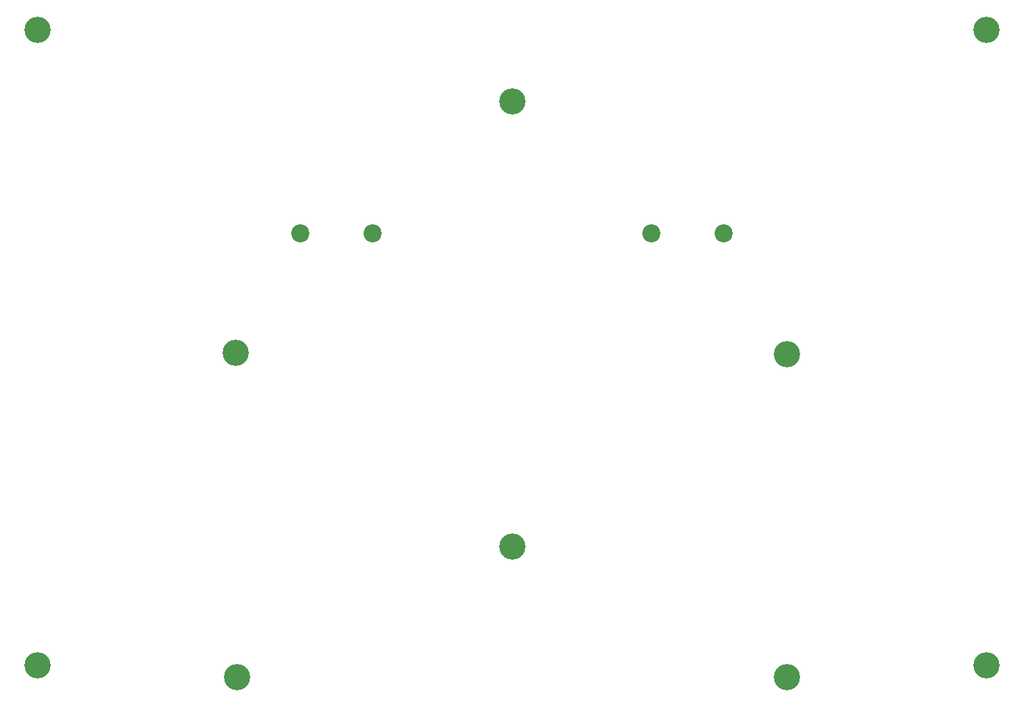
<source format=gbr>
%TF.GenerationSoftware,KiCad,Pcbnew,7.0.8*%
%TF.CreationDate,2023-11-22T02:38:07-05:00*%
%TF.ProjectId,RCTransmitterAecertRobotics,52435472-616e-4736-9d69-747465724165,rev?*%
%TF.SameCoordinates,Original*%
%TF.FileFunction,NonPlated,1,2,NPTH,Drill*%
%TF.FilePolarity,Positive*%
%FSLAX46Y46*%
G04 Gerber Fmt 4.6, Leading zero omitted, Abs format (unit mm)*
G04 Created by KiCad (PCBNEW 7.0.8) date 2023-11-22 02:38:07*
%MOMM*%
%LPD*%
G01*
G04 APERTURE LIST*
%TA.AperFunction,ComponentDrill*%
%ADD10C,2.200000*%
%TD*%
%TA.AperFunction,ComponentDrill*%
%ADD11C,3.200000*%
%TD*%
G04 APERTURE END LIST*
D10*
%TO.C,Pot1*%
X115200000Y-85090000D03*
X124000000Y-85090000D03*
%TO.C,Pot2*%
X157940000Y-85090000D03*
X166740000Y-85090000D03*
D11*
%TO.C,H1*%
X83185000Y-60325000D03*
%TO.C,H3*%
X83185000Y-137795000D03*
%TO.C,H5*%
X107306032Y-99690751D03*
%TO.C,H7*%
X107445778Y-139162731D03*
%TO.C,H10*%
X141018739Y-123314035D03*
%TO.C,H9*%
X141024288Y-69041240D03*
%TO.C,H6*%
X174493637Y-99822788D03*
%TO.C,H8*%
X174498151Y-139192604D03*
%TO.C,H2*%
X198755000Y-60325000D03*
%TO.C,H4*%
X198755000Y-137795000D03*
M02*

</source>
